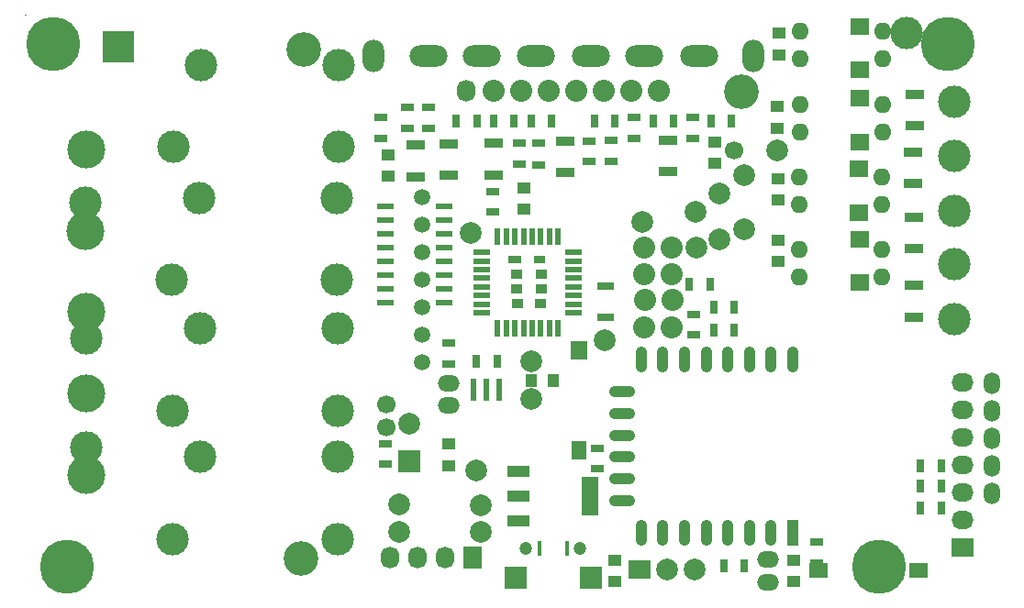
<source format=gbr>
G04 #@! TF.FileFunction,Soldermask,Bot*
%FSLAX46Y46*%
G04 Gerber Fmt 4.6, Leading zero omitted, Abs format (unit mm)*
G04 Created by KiCad (PCBNEW (after 2015-mar-04 BZR unknown)-product) date 4/3/2016 5:34:25 PM*
%MOMM*%
G01*
G04 APERTURE LIST*
%ADD10C,0.100000*%
%ADD11C,0.200000*%
%ADD12C,1.700000*%
%ADD13C,2.000000*%
%ADD14C,2.032000*%
%ADD15O,1.727200X2.032000*%
%ADD16O,2.000000X3.000000*%
%ADD17O,3.500000X2.000000*%
%ADD18C,3.200000*%
%ADD19C,2.999740*%
%ADD20C,1.500000*%
%ADD21O,2.000000X1.500000*%
%ADD22R,0.400000X1.350000*%
%ADD23C,1.200000*%
%ADD24R,2.000000X2.000000*%
%ADD25R,0.500000X2.000000*%
%ADD26O,2.032000X2.032000*%
%ADD27R,1.000000X0.700000*%
%ADD28R,1.200000X0.700000*%
%ADD29R,1.800000X1.400000*%
%ADD30R,1.400000X1.800000*%
%ADD31R,1.600000X1.800000*%
%ADD32R,0.700000X1.300000*%
%ADD33R,1.500000X3.657600*%
%ADD34R,2.032000X1.016000*%
%ADD35R,1.000000X0.900000*%
%ADD36C,3.500000*%
%ADD37R,1.250000X0.800000*%
%ADD38R,3.000000X3.000000*%
%ADD39C,3.000000*%
%ADD40R,1.800860X1.500000*%
%ADD41O,1.600000X1.600000*%
%ADD42C,1.998980*%
%ADD43O,1.500000X2.000000*%
%ADD44R,2.032000X1.727200*%
%ADD45O,2.032000X1.727200*%
%ADD46R,2.000000X1.700000*%
%ADD47R,1.727200X2.032000*%
%ADD48C,5.000000*%
%ADD49C,0.100000*%
%ADD50C,0.010000*%
%ADD51R,1.250000X0.750000*%
%ADD52R,1.500000X0.800000*%
%ADD53R,1.700000X0.900000*%
%ADD54R,1.300000X0.700000*%
%ADD55R,1.250000X1.000000*%
%ADD56R,1.000000X1.250000*%
%ADD57R,0.550000X1.600000*%
%ADD58R,1.600000X0.550000*%
%ADD59R,1.500000X0.600000*%
%ADD60O,2.400000X1.100000*%
%ADD61R,1.100000X2.400000*%
%ADD62O,1.100000X2.400000*%
G04 APERTURE END LIST*
D10*
D11*
X103352600Y-27584400D02*
X103352600Y-27597100D01*
D12*
X136611360Y-63568580D03*
X136611360Y-65666620D03*
D13*
X145389600Y-72847200D03*
X145389600Y-75347200D03*
X137833100Y-72771000D03*
X137833100Y-75271000D03*
D14*
X161823400Y-34569400D03*
X159283400Y-34569400D03*
X156743400Y-34569400D03*
X154203400Y-34569400D03*
X151663400Y-34569400D03*
X149123400Y-34569400D03*
X146583400Y-34569400D03*
D15*
X144043400Y-34569400D03*
D16*
X170480000Y-31340000D03*
D17*
X165527000Y-31340000D03*
X160447000Y-31340000D03*
X155494000Y-31340000D03*
X150414000Y-31340000D03*
X145461000Y-31340000D03*
X140508000Y-31340000D03*
D16*
X135428000Y-31340000D03*
D18*
X169387520Y-34706560D03*
D19*
X108860000Y-44940000D03*
X108860000Y-39987000D03*
X108960000Y-67480000D03*
X108960000Y-62527000D03*
X108960000Y-57447000D03*
D20*
X139923520Y-59679840D03*
X139923520Y-57139840D03*
X139923520Y-54599840D03*
X139923520Y-52059840D03*
X139923520Y-49519840D03*
X139923520Y-46979840D03*
X139923520Y-44439840D03*
D12*
X168752520Y-40104060D03*
D13*
X172684440Y-40126920D03*
D21*
X142382240Y-63654940D03*
X142382240Y-61556900D03*
X171861480Y-79938880D03*
X171861480Y-77840840D03*
D22*
X153350380Y-76865040D03*
X150750380Y-76865040D03*
D23*
X154550380Y-76865040D03*
X149550380Y-76865040D03*
D24*
X155550380Y-79565040D03*
X148550380Y-79565040D03*
D25*
X147089500Y-62222380D03*
X145887440Y-62222380D03*
X144688560Y-62222380D03*
D26*
X160500000Y-53900000D03*
X163040000Y-53900000D03*
D27*
X150771860Y-50190400D03*
D28*
X148513800Y-50170080D03*
D29*
X176563070Y-78869320D03*
X185767930Y-78864680D03*
D30*
X154459720Y-67734130D03*
D31*
X154455080Y-58529270D03*
D32*
X144980620Y-59596020D03*
X146880620Y-59596020D03*
D33*
X155407360Y-71973440D03*
D34*
X148803360Y-71973440D03*
X148803360Y-69687440D03*
X148803360Y-74259440D03*
D35*
X150929340Y-51521360D03*
X148650960Y-51559460D03*
X150916640Y-52892960D03*
X148681440Y-52880260D03*
X150855680Y-54221380D03*
X148744940Y-54223920D03*
D18*
X128800000Y-77800000D03*
X129000000Y-30800000D03*
D36*
X108966000Y-40005000D03*
X108889800Y-47523400D03*
X108966000Y-55016400D03*
X108966000Y-62509400D03*
X108966000Y-70027800D03*
D13*
X149999700Y-63017400D03*
X144901920Y-69631560D03*
X150053040Y-59542680D03*
X156789120Y-57591960D03*
D37*
X150677880Y-39416480D03*
X150677880Y-41416480D03*
D38*
X111937800Y-30505400D03*
D13*
X138800000Y-65300000D03*
D24*
X138800000Y-68800000D03*
D39*
X184647840Y-29260800D03*
D40*
X180327300Y-52290980D03*
X180327300Y-48293020D03*
X180268880Y-45808900D03*
X180268880Y-41810940D03*
D41*
X182420260Y-31656020D03*
X182420260Y-29116020D03*
X174800260Y-29116020D03*
X174800260Y-31656020D03*
D40*
X180296820Y-32621220D03*
X180296820Y-28623260D03*
X180299360Y-39286180D03*
X180299360Y-35288220D03*
D13*
X160300000Y-46700000D03*
D26*
X163000000Y-56400000D03*
X160460000Y-56400000D03*
D14*
X160400000Y-49100000D03*
D26*
X162940000Y-49100000D03*
D13*
X144414240Y-47685960D03*
D26*
X163000000Y-51500000D03*
X160460000Y-51500000D03*
D42*
X169705080Y-47335540D03*
X169700000Y-42380000D03*
X167394920Y-48273540D03*
X167400000Y-44080000D03*
X165227940Y-49061680D03*
X165200000Y-45780000D03*
D43*
X192519300Y-61569600D03*
X192519300Y-64109600D03*
X192519300Y-66649600D03*
X192519300Y-69189600D03*
X192519300Y-71729600D03*
D44*
X189847220Y-76748640D03*
D45*
X189847220Y-74208640D03*
X189847220Y-71668640D03*
X189847220Y-69128640D03*
X189847220Y-66588640D03*
X189847220Y-64048640D03*
X189847220Y-61508640D03*
D46*
X160012380Y-78762860D03*
D13*
X162552380Y-78762860D03*
X165092380Y-78762860D03*
D47*
X144617440Y-77645260D03*
D15*
X142077440Y-77645260D03*
X139537440Y-77645260D03*
X136997440Y-77645260D03*
D48*
X188442600Y-30238700D03*
X182092600Y-78498700D03*
D49*
X157962600Y-35318700D03*
X157962600Y-63258700D03*
D48*
X107162600Y-78498700D03*
X105892600Y-30238700D03*
D50*
X133604000Y-54978300D03*
D51*
X157403800Y-39132000D03*
X157403800Y-41132000D03*
D19*
X189052200Y-35623500D03*
X189052200Y-40576500D03*
X189052200Y-45656500D03*
X189052200Y-50609500D03*
X189052200Y-55689500D03*
D52*
X156870400Y-52639300D03*
X156870400Y-55539300D03*
D53*
X142440660Y-42415120D03*
X142440660Y-39515120D03*
D54*
X148884640Y-41325840D03*
X148884640Y-39425840D03*
D55*
X166969440Y-39294560D03*
X166969440Y-41294560D03*
X136855200Y-40473120D03*
X136855200Y-42473120D03*
X172892720Y-31286960D03*
X172892720Y-29286960D03*
X149311360Y-43521120D03*
X149311360Y-45521120D03*
X172725080Y-38020500D03*
X172725080Y-36020500D03*
X172783500Y-44700700D03*
X172783500Y-42700700D03*
X172808900Y-50369980D03*
X172808900Y-48369980D03*
X157700000Y-79900000D03*
X157700000Y-77900000D03*
X174208440Y-79912720D03*
X174208440Y-77912720D03*
X142443200Y-67173600D03*
X142443200Y-69173600D03*
D56*
X152043640Y-61328300D03*
X150043640Y-61328300D03*
D57*
X152507600Y-56548600D03*
X151707600Y-56548600D03*
X150907600Y-56548600D03*
X150107600Y-56548600D03*
X149307600Y-56548600D03*
X148507600Y-56548600D03*
X147707600Y-56548600D03*
X146907600Y-56548600D03*
D58*
X145457600Y-55098600D03*
X145457600Y-54298600D03*
X145457600Y-53498600D03*
X145457600Y-52698600D03*
X145457600Y-51898600D03*
X145457600Y-51098600D03*
X145457600Y-50298600D03*
X145457600Y-49498600D03*
D57*
X146907600Y-48048600D03*
X147707600Y-48048600D03*
X148507600Y-48048600D03*
X149307600Y-48048600D03*
X150107600Y-48048600D03*
X150907600Y-48048600D03*
X151707600Y-48048600D03*
X152507600Y-48048600D03*
D58*
X153957600Y-49498600D03*
X153957600Y-50298600D03*
X153957600Y-51098600D03*
X153957600Y-51898600D03*
X153957600Y-52698600D03*
X153957600Y-53498600D03*
X153957600Y-54298600D03*
X153957600Y-55098600D03*
D32*
X143113720Y-37398960D03*
X145013720Y-37398960D03*
X163154400Y-37388800D03*
X161254400Y-37388800D03*
X157769600Y-37363400D03*
X155869600Y-37363400D03*
X148442720Y-37414200D03*
X146542720Y-37414200D03*
D54*
X140500000Y-36150000D03*
X140500000Y-38050000D03*
X164922200Y-37073800D03*
X164922200Y-38973800D03*
X159512000Y-37048400D03*
X159512000Y-38948400D03*
D32*
X150027600Y-37409120D03*
X151927600Y-37409120D03*
D54*
X138600000Y-36150000D03*
X138600000Y-38050000D03*
D32*
X168513800Y-37414200D03*
X166613800Y-37414200D03*
D54*
X155346400Y-41132800D03*
X155346400Y-39232800D03*
X136100000Y-38950000D03*
X136100000Y-37050000D03*
X165049200Y-57109400D03*
X165049200Y-55209400D03*
D32*
X169687280Y-78440280D03*
X167787280Y-78440280D03*
D54*
X156098240Y-67609680D03*
X156098240Y-69509680D03*
D32*
X164597040Y-52486560D03*
X166497040Y-52486560D03*
X166872880Y-54599840D03*
X168772880Y-54599840D03*
X166852560Y-56652160D03*
X168752560Y-56652160D03*
D41*
X182420260Y-38389560D03*
X182420260Y-35849560D03*
X174800260Y-35849560D03*
X174800260Y-38389560D03*
X182364380Y-45095160D03*
X182364380Y-42555160D03*
X174744380Y-42555160D03*
X174744380Y-45095160D03*
D59*
X141942800Y-45288200D03*
X141942800Y-46558200D03*
X141942800Y-47828200D03*
X141942800Y-49098200D03*
X141942800Y-50368200D03*
X141942800Y-51638200D03*
X141942800Y-52908200D03*
X141942800Y-54178200D03*
X136542800Y-54178200D03*
X136542800Y-52908200D03*
X136542800Y-51638200D03*
X136542800Y-50368200D03*
X136542800Y-49098200D03*
X136542800Y-47828200D03*
X136542800Y-46558200D03*
X136542800Y-45288200D03*
D41*
X182384700Y-51739800D03*
X182384700Y-49199800D03*
X174764700Y-49199800D03*
X174764700Y-51739800D03*
D60*
X158405100Y-72397200D03*
X158405100Y-70397200D03*
X158405100Y-68397200D03*
X158405100Y-66397200D03*
X158405100Y-64397200D03*
X158405100Y-62397200D03*
D61*
X174155100Y-75387200D03*
D62*
X172155100Y-75387200D03*
X170155100Y-75387200D03*
X168155100Y-75387200D03*
X166155100Y-75387200D03*
X164155100Y-75387200D03*
X162155100Y-75387200D03*
X160155100Y-75387200D03*
X160155100Y-59387200D03*
X162155100Y-59387200D03*
X164155100Y-59387200D03*
X166155100Y-59387200D03*
X168155100Y-59387200D03*
X170155100Y-59387200D03*
X172155100Y-59387200D03*
X174155100Y-59387200D03*
D53*
X162636200Y-42064600D03*
X162636200Y-39164600D03*
X153192480Y-42125560D03*
X153192480Y-39225560D03*
X146532600Y-42338920D03*
X146532600Y-39438920D03*
D54*
X146466560Y-43896240D03*
X146466560Y-45796240D03*
D53*
X139369800Y-39606560D03*
X139369800Y-42506560D03*
D54*
X176377600Y-78166000D03*
X176377600Y-76266000D03*
X142438120Y-57891640D03*
X142438120Y-59791640D03*
D39*
X119507000Y-32186880D03*
X132211740Y-32187160D03*
X132209540Y-39784020D03*
X116967000Y-39786560D03*
X119400320Y-44450000D03*
X132105060Y-44450280D03*
X132102860Y-52047140D03*
X116860320Y-52049680D03*
X119451120Y-56494680D03*
X132155860Y-56494960D03*
X132153660Y-64091820D03*
X116911120Y-64094360D03*
X119451120Y-68397120D03*
X132155860Y-68397400D03*
X132153660Y-75994260D03*
X116911120Y-75996800D03*
D53*
X185440320Y-37802480D03*
X185440320Y-34902480D03*
X185270140Y-43136480D03*
X185270140Y-40236480D03*
X185318400Y-49151200D03*
X185318400Y-46251200D03*
X185326020Y-55458020D03*
X185326020Y-52558020D03*
D32*
X187850000Y-71100000D03*
X185950000Y-71100000D03*
X185950000Y-73100000D03*
X187850000Y-73100000D03*
X185950000Y-69200000D03*
X187850000Y-69200000D03*
D54*
X136600000Y-69050000D03*
X136600000Y-67150000D03*
M02*

</source>
